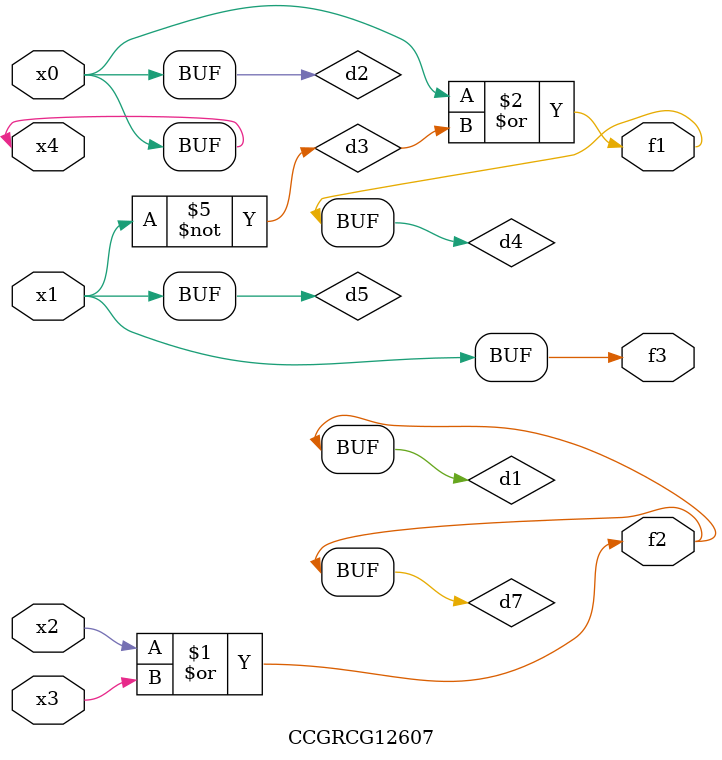
<source format=v>
module CCGRCG12607(
	input x0, x1, x2, x3, x4,
	output f1, f2, f3
);

	wire d1, d2, d3, d4, d5, d6, d7;

	or (d1, x2, x3);
	buf (d2, x0, x4);
	not (d3, x1);
	or (d4, d2, d3);
	not (d5, d3);
	nand (d6, d1, d3);
	or (d7, d1);
	assign f1 = d4;
	assign f2 = d7;
	assign f3 = d5;
endmodule

</source>
